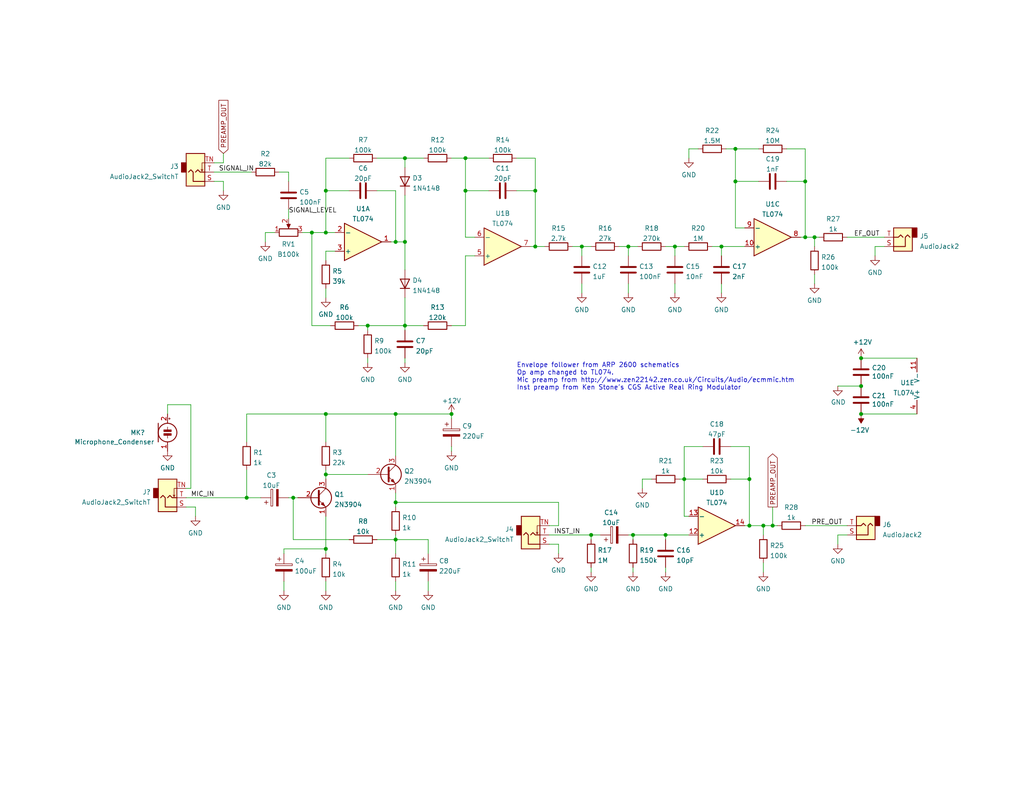
<source format=kicad_sch>
(kicad_sch (version 20210621) (generator eeschema)
  (paper "USLetter")
  (title_block (title "ARP 2600 based envelope follower") (date "2021-11-23") (company "Rich Holmes / Analog Output") (comment 1 "or neighboring rights to this work. Published from United States.") (comment 2 "To the extent possible under law, Richard Holmes has waived all copyright and related "))
  (lib_symbols
    (symbol "Amplifier_Operational:TL074" (pin_names (offset 0.127))
      (property "Reference" "U" (at 0 5.08 0))
      (property "Value" "TL074" (at 0 -5.08 0))
      (symbol "TL074_1_1"
        (polyline (pts (xy -5.08 5.08) (xy 5.08 0) (xy -5.08 -5.08) (xy -5.08 5.08)) (stroke (width 0.254)) (fill (type background)))
        (pin output line (at 7.62 0 180) (length 2.54) (name "~") (number "1"))
        (pin input line (at -7.62 -2.54 0) (length 2.54) (name "-") (number "2"))
        (pin input line (at -7.62 2.54 0) (length 2.54) (name "+") (number "3"))
      )
      (symbol "TL074_2_1"
        (polyline (pts (xy -5.08 5.08) (xy 5.08 0) (xy -5.08 -5.08) (xy -5.08 5.08)) (stroke (width 0.254)) (fill (type background)))
        (pin input line (at -7.62 2.54 0) (length 2.54) (name "+") (number "5"))
        (pin input line (at -7.62 -2.54 0) (length 2.54) (name "-") (number "6"))
        (pin output line (at 7.62 0 180) (length 2.54) (name "~") (number "7"))
      )
      (symbol "TL074_3_1"
        (polyline (pts (xy -5.08 5.08) (xy 5.08 0) (xy -5.08 -5.08) (xy -5.08 5.08)) (stroke (width 0.254)) (fill (type background)))
        (pin input line (at -7.62 2.54 0) (length 2.54) (name "+") (number "10"))
        (pin output line (at 7.62 0 180) (length 2.54) (name "~") (number "8"))
        (pin input line (at -7.62 -2.54 0) (length 2.54) (name "-") (number "9"))
      )
      (symbol "TL074_4_1"
        (polyline (pts (xy -5.08 5.08) (xy 5.08 0) (xy -5.08 -5.08) (xy -5.08 5.08)) (stroke (width 0.254)) (fill (type background)))
        (pin input line (at -7.62 2.54 0) (length 2.54) (name "+") (number "12"))
        (pin input line (at -7.62 -2.54 0) (length 2.54) (name "-") (number "13"))
        (pin output line (at 7.62 0 180) (length 2.54) (name "~") (number "14"))
      )
      (symbol "TL074_5_1"
        (pin power_in line (at -2.54 -7.62 90) (length 3.81) (name "V-") (number "11"))
        (pin power_in line (at -2.54 7.62 270) (length 3.81) (name "V+") (number "4"))
      )
    )
    (symbol "Connector:AudioJack2"
      (property "Reference" "J" (at 0 8.89 0))
      (property "Value" "AudioJack2" (at 0 6.35 0))
      (symbol "AudioJack2_0_1"
        (rectangle (start -3.81 0) (end -2.54 -2.54) (stroke (width 0.254)) (fill (type outline)))
        (rectangle (start -2.54 3.81) (end 2.54 -2.54) (stroke (width 0.254)) (fill (type background)))
        (polyline (pts (xy 0 0) (xy 0.635 -0.635) (xy 1.27 0) (xy 2.54 0)) (stroke (width 0.254)))
        (polyline (pts (xy 2.54 2.54) (xy -0.635 2.54) (xy -0.635 0) (xy -1.27 -0.635) (xy -1.905 0)) (stroke (width 0.254)))
      )
      (symbol "AudioJack2_1_1"
        (pin passive line (at 5.08 2.54 180) (length 2.54) (name "~") (number "S"))
        (pin passive line (at 5.08 0 180) (length 2.54) (name "~") (number "T"))
      )
    )
    (symbol "Connector:AudioJack2_SwitchT"
      (property "Reference" "J" (at 0 8.89 0))
      (property "Value" "AudioJack2_SwitchT" (at 0 6.35 0))
      (symbol "AudioJack2_SwitchT_0_1"
        (rectangle (start -2.54 0) (end -3.81 -2.54) (stroke (width 0.254)) (fill (type outline)))
        (polyline (pts (xy 1.778 -0.254) (xy 2.032 -0.762)))
        (polyline (pts (xy 0 0) (xy 0.635 -0.635) (xy 1.27 0) (xy 2.54 0)) (stroke (width 0.254)))
        (polyline (pts (xy 2.54 -2.54) (xy 1.778 -2.54) (xy 1.778 -0.254) (xy 1.524 -0.762)))
        (polyline (pts (xy 2.54 2.54) (xy -0.635 2.54) (xy -0.635 0) (xy -1.27 -0.635) (xy -1.905 0)) (stroke (width 0.254)))
        (rectangle (start 2.54 3.81) (end -2.54 -5.08) (stroke (width 0.254)) (fill (type background)))
      )
      (symbol "AudioJack2_SwitchT_1_1"
        (pin passive line (at 5.08 2.54 180) (length 2.54) (name "~") (number "S"))
        (pin passive line (at 5.08 0 180) (length 2.54) (name "~") (number "T"))
        (pin passive line (at 5.08 -2.54 180) (length 2.54) (name "~") (number "TN"))
      )
    )
    (symbol "Device:Microphone_Condenser" (pin_names (offset 0.0254) hide)
      (property "Reference" "MK" (at -3.302 1.27 0))
      (property "Value" "Microphone_Condenser" (at -3.302 -0.635 0))
      (symbol "Microphone_Condenser_0_1"
        (polyline (pts (xy -2.54 2.54) (xy -2.54 -2.54)) (stroke (width 0.254)))
        (polyline (pts (xy 0 -0.762) (xy 0 -1.524)))
        (polyline (pts (xy 0 0.762) (xy 0 1.524)))
        (polyline (pts (xy 0.254 3.81) (xy 0.762 3.81)))
        (polyline (pts (xy 0.508 4.064) (xy 0.508 3.556)))
        (circle (center 0 0) (radius 2.54) (stroke (width 0.254)))
        (rectangle (start 1.016 -0.254) (end -1.016 -0.762) (fill (type outline)))
        (rectangle (start 1.016 0.762) (end -1.016 0.254) (fill (type outline)))
      )
      (symbol "Microphone_Condenser_1_1"
        (pin passive line (at 0 -5.08 90) (length 2.54) (name "-") (number "1"))
        (pin passive line (at 0 5.08 270) (length 2.54) (name "+") (number "2"))
      )
    )
    (symbol "ao_symbols:1N4148" (pin_numbers hide) (pin_names (offset 1.016) hide)
      (property "Reference" "D" (at 0 2.54 0))
      (property "Value" "1N4148" (at 0 -2.54 0))
      (symbol "1N4148_0_1"
        (polyline (pts (xy -1.27 1.27) (xy -1.27 -1.27)) (stroke (width 0.254)))
        (polyline (pts (xy 1.27 0) (xy -1.27 0)))
        (polyline (pts (xy 1.27 1.27) (xy 1.27 -1.27) (xy -1.27 0) (xy 1.27 1.27)) (stroke (width 0.254)))
      )
      (symbol "1N4148_1_1"
        (pin passive line (at -3.81 0 0) (length 2.54) (name "K") (number "1"))
        (pin passive line (at 3.81 0 180) (length 2.54) (name "A") (number "2"))
      )
    )
    (symbol "ao_symbols:2N3904" (pin_names (offset 0) hide)
      (property "Reference" "Q" (at 5.08 1.905 0))
      (property "Value" "2N3904" (at 5.08 0 0))
      (symbol "2N3904_0_1"
        (polyline (pts (xy 0.635 0.635) (xy 2.54 2.54)))
        (polyline (pts (xy 0.635 -0.635) (xy 2.54 -2.54) (xy 2.54 -2.54)))
        (polyline (pts (xy 0.635 1.905) (xy 0.635 -1.905) (xy 0.635 -1.905)) (stroke (width 0.508)))
        (polyline (pts (xy 1.27 -1.778) (xy 1.778 -1.27) (xy 2.286 -2.286) (xy 1.27 -1.778) (xy 1.27 -1.778)) (fill (type outline)))
        (circle (center 1.27 0) (radius 2.8194) (stroke (width 0.254)))
      )
      (symbol "2N3904_1_1"
        (pin passive line (at 2.54 -5.08 90) (length 2.54) (name "E") (number "1"))
        (pin passive line (at -5.08 0 0) (length 5.715) (name "B") (number "2"))
        (pin passive line (at 2.54 5.08 270) (length 2.54) (name "C") (number "3"))
      )
    )
    (symbol "ao_symbols:C" (pin_numbers hide) (pin_names (offset 0.254))
      (property "Reference" "C" (at 0.635 2.54 0))
      (property "Value" "C" (at 0.635 -2.54 0))
      (symbol "C_0_1"
        (polyline (pts (xy -2.032 -0.762) (xy 2.032 -0.762)) (stroke (width 0.508)))
        (polyline (pts (xy -2.032 0.762) (xy 2.032 0.762)) (stroke (width 0.508)))
      )
      (symbol "C_1_1"
        (pin passive line (at 0 3.81 270) (length 2.794) (name "~") (number "1"))
        (pin passive line (at 0 -3.81 90) (length 2.794) (name "~") (number "2"))
      )
    )
    (symbol "ao_symbols:CP" (pin_numbers hide) (pin_names (offset 0.254))
      (property "Reference" "C" (at 0.635 2.54 0))
      (property "Value" "CP" (at 0.635 -2.54 0))
      (symbol "CP_0_1"
        (rectangle (start -2.286 0.508) (end 2.286 1.016))
        (polyline (pts (xy -1.778 2.286) (xy -0.762 2.286)))
        (polyline (pts (xy -1.27 2.794) (xy -1.27 1.778)))
        (rectangle (start 2.286 -0.508) (end -2.286 -1.016) (fill (type outline)))
      )
      (symbol "CP_1_1"
        (pin passive line (at 0 3.81 270) (length 2.794) (name "~") (number "1"))
        (pin passive line (at 0 -3.81 90) (length 2.794) (name "~") (number "2"))
      )
    )
    (symbol "ao_symbols:R" (pin_numbers hide) (pin_names (offset 0))
      (property "Reference" "R" (at 2.032 0 90))
      (property "Value" "R" (at 0 0 90))
      (symbol "R_0_1"
        (rectangle (start -1.016 -2.54) (end 1.016 2.54) (stroke (width 0.254)))
      )
      (symbol "R_1_1"
        (pin passive line (at 0 3.81 270) (length 1.27) (name "~") (number "1"))
        (pin passive line (at 0 -3.81 90) (length 1.27) (name "~") (number "2"))
      )
    )
    (symbol "ao_symbols:R_POT" (pin_names (offset 1.016) hide)
      (property "Reference" "RV" (at -4.445 0 90))
      (property "Value" "R_POT" (at -2.54 0 90))
      (symbol "R_POT_0_1"
        (polyline (pts (xy 2.54 0) (xy 1.524 0)))
        (polyline (pts (xy 1.143 0) (xy 2.286 0.508) (xy 2.286 -0.508) (xy 1.143 0)) (fill (type outline)))
        (rectangle (start 1.016 2.54) (end -1.016 -2.54) (stroke (width 0.254)))
      )
      (symbol "R_POT_1_1"
        (pin passive line (at 0 3.81 270) (length 1.27) (name "1") (number "1"))
        (pin passive line (at 3.81 0 180) (length 1.27) (name "2") (number "2"))
        (pin passive line (at 0 -3.81 90) (length 1.27) (name "3") (number "3"))
      )
    )
    (symbol "power:+12V" (power) (pin_names (offset 0))
      (property "Value" "+12V" (at 0 3.556 0))
      (symbol "+12V_0_1"
        (polyline (pts (xy -0.762 1.27) (xy 0 2.54)))
        (polyline (pts (xy 0 0) (xy 0 2.54)))
        (polyline (pts (xy 0 2.54) (xy 0.762 1.27)))
      )
      (symbol "+12V_1_1"
        (pin power_in line (at 0 0 90) (length 0) hide (name "+12V") (number "1"))
      )
    )
    (symbol "power:-12V" (power) (pin_names (offset 0))
      (property "Value" "-12V" (at 0 3.81 0))
      (symbol "-12V_0_0"
        (pin power_in line (at 0 0 90) (length 0) hide (name "-12V") (number "1"))
      )
      (symbol "-12V_0_1"
        (polyline (pts (xy 0 0) (xy 0 1.27) (xy 0.762 1.27) (xy 0 2.54) (xy -0.762 1.27) (xy 0 1.27)) (fill (type outline)))
      )
    )
    (symbol "power:GND" (power) (pin_names (offset 0))
      (property "Value" "GND" (at 0 -3.81 0))
      (symbol "GND_0_1"
        (polyline (pts (xy 0 0) (xy 0 -1.27) (xy 1.27 -1.27) (xy 0 -2.54) (xy -1.27 -1.27) (xy 0 -1.27)))
      )
      (symbol "GND_1_1"
        (pin power_in line (at 0 0 270) (length 0) hide (name "GND") (number "1"))
      )
    )
  )
  (junction (at 172.72 146.05))
  (junction (at 204.47 130.81))
  (junction (at 219.71 64.77))
  (junction (at 161.29 146.05))
  (junction (at 107.95 137.16))
  (junction (at 88.9 149.86))
  (junction (at 219.71 49.53))
  (junction (at 127 43.18))
  (junction (at 110.49 43.18))
  (junction (at 107.95 113.03))
  (junction (at 210.82 143.51))
  (junction (at 88.9 63.5))
  (junction (at 222.25 64.77))
  (junction (at 88.9 129.54))
  (junction (at 234.95 105.41))
  (junction (at 146.05 67.31))
  (junction (at 181.61 146.05))
  (junction (at 171.45 67.31))
  (junction (at 200.66 40.64))
  (junction (at 100.33 88.9))
  (junction (at 123.19 113.03))
  (junction (at 208.28 143.51))
  (junction (at 146.05 52.07))
  (junction (at 204.47 143.51))
  (junction (at 107.95 66.04))
  (junction (at 158.75 67.31))
  (junction (at 127 52.07))
  (junction (at 110.49 88.9))
  (junction (at 88.9 52.07))
  (junction (at 107.95 147.32))
  (junction (at 184.15 67.31))
  (junction (at 88.9 113.03))
  (junction (at 80.01 135.89))
  (junction (at 67.31 135.89))
  (junction (at 196.85 67.31))
  (junction (at 234.95 97.79))
  (junction (at 200.66 49.53))
  (junction (at 85.09 63.5))
  (junction (at 110.49 66.04))
  (junction (at 186.69 130.81))
  (junction (at 234.95 113.03))
  (wire (pts (xy 172.72 146.05) (xy 181.61 146.05)))
  (wire (pts (xy 181.61 146.05) (xy 187.96 146.05)))
  (wire (pts (xy 171.45 146.05) (xy 172.72 146.05)))
  (wire (pts (xy 161.29 146.05) (xy 163.83 146.05)))
  (wire (pts (xy 149.86 146.05) (xy 161.29 146.05)))
  (wire (pts (xy 196.85 67.31) (xy 203.2 67.31)))
  (wire (pts (xy 60.96 49.53) (xy 58.42 49.53)))
  (wire (pts (xy 53.34 138.43) (xy 50.8 138.43)))
  (wire (pts (xy 53.34 140.97) (xy 53.34 138.43)))
  (wire (pts (xy 88.9 158.75) (xy 88.9 161.29)))
  (wire (pts (xy 152.4 151.13) (xy 152.4 148.59)))
  (wire (pts (xy 133.35 43.18) (xy 127 43.18)))
  (wire (pts (xy 161.29 146.05) (xy 161.29 147.32)))
  (wire (pts (xy 146.05 52.07) (xy 146.05 67.31)))
  (wire (pts (xy 228.6 148.59) (xy 228.6 146.05)))
  (wire (pts (xy 67.31 135.89) (xy 71.12 135.89)))
  (wire (pts (xy 50.8 135.89) (xy 67.31 135.89)))
  (wire (pts (xy 228.6 146.05) (xy 231.14 146.05)))
  (wire (pts (xy 218.44 64.77) (xy 219.71 64.77)))
  (wire (pts (xy 196.85 80.01) (xy 196.85 77.47)))
  (wire (pts (xy 110.49 97.79) (xy 110.49 99.06)))
  (wire (pts (xy 210.82 143.51) (xy 212.09 143.51)))
  (wire (pts (xy 187.96 40.64) (xy 190.5 40.64)))
  (wire (pts (xy 187.96 43.18) (xy 187.96 40.64)))
  (wire (pts (xy 198.12 40.64) (xy 200.66 40.64)))
  (wire (pts (xy 77.47 158.75) (xy 77.47 161.29)))
  (wire (pts (xy 184.15 69.85) (xy 184.15 67.31)))
  (wire (pts (xy 172.72 146.05) (xy 172.72 147.32)))
  (wire (pts (xy 172.72 154.94) (xy 172.72 156.21)))
  (wire (pts (xy 88.9 140.97) (xy 88.9 149.86)))
  (wire (pts (xy 88.9 113.03) (xy 88.9 120.65)))
  (wire (pts (xy 203.2 143.51) (xy 204.47 143.51)))
  (wire (pts (xy 204.47 121.92) (xy 199.39 121.92)))
  (wire (pts (xy 204.47 130.81) (xy 204.47 121.92)))
  (wire (pts (xy 204.47 143.51) (xy 204.47 130.81)))
  (wire (pts (xy 184.15 80.01) (xy 184.15 77.47)))
  (wire (pts (xy 208.28 153.67) (xy 208.28 156.21)))
  (wire (pts (xy 208.28 143.51) (xy 208.28 146.05)))
  (wire (pts (xy 107.95 113.03) (xy 123.19 113.03)))
  (wire (pts (xy 88.9 113.03) (xy 107.95 113.03)))
  (wire (pts (xy 67.31 135.89) (xy 67.31 128.27)))
  (wire (pts (xy 67.31 120.65) (xy 67.31 113.03)))
  (wire (pts (xy 67.31 113.03) (xy 88.9 113.03)))
  (wire (pts (xy 186.69 130.81) (xy 191.77 130.81)))
  (wire (pts (xy 175.26 133.35) (xy 175.26 130.81)))
  (wire (pts (xy 185.42 130.81) (xy 186.69 130.81)))
  (wire (pts (xy 175.26 130.81) (xy 177.8 130.81)))
  (wire (pts (xy 127 69.85) (xy 129.54 69.85)))
  (wire (pts (xy 110.49 88.9) (xy 115.57 88.9)))
  (wire (pts (xy 219.71 40.64) (xy 219.71 49.53)))
  (wire (pts (xy 222.25 74.93) (xy 222.25 77.47)))
  (wire (pts (xy 127 88.9) (xy 123.19 88.9)))
  (wire (pts (xy 123.19 121.92) (xy 123.19 123.19)))
  (wire (pts (xy 60.96 41.91) (xy 60.96 44.45)))
  (wire (pts (xy 58.42 44.45) (xy 60.96 44.45)))
  (wire (pts (xy 100.33 90.17) (xy 100.33 88.9)))
  (wire (pts (xy 116.84 158.75) (xy 116.84 161.29)))
  (wire (pts (xy 200.66 40.64) (xy 200.66 49.53)))
  (wire (pts (xy 144.78 67.31) (xy 146.05 67.31)))
  (wire (pts (xy 77.47 149.86) (xy 77.47 151.13)))
  (wire (pts (xy 88.9 149.86) (xy 77.47 149.86)))
  (wire (pts (xy 107.95 158.75) (xy 107.95 161.29)))
  (wire (pts (xy 171.45 69.85) (xy 171.45 67.31)))
  (wire (pts (xy 219.71 143.51) (xy 231.14 143.51)))
  (wire (pts (xy 146.05 43.18) (xy 146.05 52.07)))
  (wire (pts (xy 184.15 67.31) (xy 181.61 67.31)))
  (wire (pts (xy 127 52.07) (xy 127 43.18)))
  (wire (pts (xy 214.63 40.64) (xy 219.71 40.64)))
  (wire (pts (xy 127 52.07) (xy 127 64.77)))
  (wire (pts (xy 199.39 130.81) (xy 204.47 130.81)))
  (wire (pts (xy 231.14 64.77) (xy 241.3 64.77)))
  (wire (pts (xy 200.66 49.53) (xy 200.66 62.23)))
  (wire (pts (xy 52.07 133.35) (xy 50.8 133.35)))
  (wire (pts (xy 45.72 113.03) (xy 45.72 110.49)))
  (wire (pts (xy 45.72 110.49) (xy 52.07 110.49)))
  (wire (pts (xy 52.07 110.49) (xy 52.07 133.35)))
  (wire (pts (xy 110.49 43.18) (xy 115.57 43.18)))
  (wire (pts (xy 123.19 43.18) (xy 127 43.18)))
  (wire (pts (xy 152.4 137.16) (xy 152.4 143.51)))
  (wire (pts (xy 107.95 137.16) (xy 152.4 137.16)))
  (wire (pts (xy 152.4 143.51) (xy 149.86 143.51)))
  (wire (pts (xy 78.74 59.69) (xy 78.74 57.15)))
  (wire (pts (xy 58.42 46.99) (xy 68.58 46.99)))
  (wire (pts (xy 78.74 49.53) (xy 78.74 46.99)))
  (wire (pts (xy 140.97 43.18) (xy 146.05 43.18)))
  (wire (pts (xy 110.49 66.04) (xy 110.49 73.66)))
  (wire (pts (xy 106.68 66.04) (xy 107.95 66.04)))
  (wire (pts (xy 107.95 66.04) (xy 110.49 66.04)))
  (wire (pts (xy 110.49 81.28) (xy 110.49 88.9)))
  (wire (pts (xy 133.35 52.07) (xy 127 52.07)))
  (wire (pts (xy 88.9 149.86) (xy 88.9 151.13)))
  (wire (pts (xy 107.95 147.32) (xy 116.84 147.32)))
  (wire (pts (xy 116.84 147.32) (xy 116.84 151.13)))
  (wire (pts (xy 171.45 80.01) (xy 171.45 77.47)))
  (wire (pts (xy 88.9 129.54) (xy 88.9 130.81)))
  (wire (pts (xy 88.9 128.27) (xy 88.9 129.54)))
  (wire (pts (xy 95.25 52.07) (xy 88.9 52.07)))
  (wire (pts (xy 88.9 52.07) (xy 88.9 63.5)))
  (wire (pts (xy 214.63 49.53) (xy 219.71 49.53)))
  (wire (pts (xy 78.74 135.89) (xy 80.01 135.89)))
  (wire (pts (xy 80.01 135.89) (xy 81.28 135.89)))
  (wire (pts (xy 210.82 138.43) (xy 210.82 143.51)))
  (wire (pts (xy 207.01 40.64) (xy 200.66 40.64)))
  (wire (pts (xy 107.95 146.05) (xy 107.95 147.32)))
  (wire (pts (xy 107.95 147.32) (xy 107.95 151.13)))
  (wire (pts (xy 107.95 137.16) (xy 107.95 138.43)))
  (wire (pts (xy 107.95 134.62) (xy 107.95 137.16)))
  (wire (pts (xy 152.4 148.59) (xy 149.86 148.59)))
  (wire (pts (xy 200.66 62.23) (xy 203.2 62.23)))
  (wire (pts (xy 161.29 154.94) (xy 161.29 156.21)))
  (wire (pts (xy 127 69.85) (xy 127 88.9)))
  (wire (pts (xy 148.59 67.31) (xy 146.05 67.31)))
  (wire (pts (xy 158.75 67.31) (xy 156.21 67.31)))
  (wire (pts (xy 158.75 80.01) (xy 158.75 77.47)))
  (wire (pts (xy 158.75 69.85) (xy 158.75 67.31)))
  (wire (pts (xy 100.33 97.79) (xy 100.33 99.06)))
  (wire (pts (xy 196.85 69.85) (xy 196.85 67.31)))
  (wire (pts (xy 173.99 67.31) (xy 171.45 67.31)))
  (wire (pts (xy 110.49 88.9) (xy 110.49 90.17)))
  (wire (pts (xy 171.45 67.31) (xy 168.91 67.31)))
  (wire (pts (xy 219.71 49.53) (xy 219.71 64.77)))
  (wire (pts (xy 82.55 63.5) (xy 85.09 63.5)))
  (wire (pts (xy 88.9 63.5) (xy 91.44 63.5)))
  (wire (pts (xy 85.09 63.5) (xy 88.9 63.5)))
  (wire (pts (xy 234.95 113.03) (xy 250.19 113.03)))
  (wire (pts (xy 204.47 143.51) (xy 208.28 143.51)))
  (wire (pts (xy 208.28 143.51) (xy 210.82 143.51)))
  (wire (pts (xy 95.25 147.32) (xy 80.01 147.32)))
  (wire (pts (xy 80.01 147.32) (xy 80.01 135.89)))
  (wire (pts (xy 222.25 64.77) (xy 222.25 67.31)))
  (wire (pts (xy 100.33 88.9) (xy 110.49 88.9)))
  (wire (pts (xy 161.29 67.31) (xy 158.75 67.31)))
  (wire (pts (xy 207.01 49.53) (xy 200.66 49.53)))
  (wire (pts (xy 110.49 53.34) (xy 110.49 66.04)))
  (wire (pts (xy 110.49 43.18) (xy 110.49 45.72)))
  (wire (pts (xy 102.87 43.18) (xy 110.49 43.18)))
  (wire (pts (xy 186.69 140.97) (xy 187.96 140.97)))
  (wire (pts (xy 186.69 130.81) (xy 186.69 140.97)))
  (wire (pts (xy 127 64.77) (xy 129.54 64.77)))
  (wire (pts (xy 72.39 63.5) (xy 74.93 63.5)))
  (wire (pts (xy 72.39 66.04) (xy 72.39 63.5)))
  (wire (pts (xy 97.79 88.9) (xy 100.33 88.9)))
  (wire (pts (xy 85.09 63.5) (xy 85.09 88.9)))
  (wire (pts (xy 85.09 88.9) (xy 90.17 88.9)))
  (wire (pts (xy 223.52 64.77) (xy 222.25 64.77)))
  (wire (pts (xy 76.2 46.99) (xy 78.74 46.99)))
  (wire (pts (xy 196.85 67.31) (xy 194.31 67.31)))
  (wire (pts (xy 234.95 97.79) (xy 250.19 97.79)))
  (wire (pts (xy 88.9 43.18) (xy 88.9 52.07)))
  (wire (pts (xy 95.25 43.18) (xy 88.9 43.18)))
  (wire (pts (xy 238.76 67.31) (xy 241.3 67.31)))
  (wire (pts (xy 238.76 69.85) (xy 238.76 67.31)))
  (wire (pts (xy 88.9 129.54) (xy 100.33 129.54)))
  (wire (pts (xy 123.19 114.3) (xy 123.19 113.03)))
  (wire (pts (xy 186.69 67.31) (xy 184.15 67.31)))
  (wire (pts (xy 107.95 113.03) (xy 107.95 124.46)))
  (wire (pts (xy 191.77 121.92) (xy 186.69 121.92)))
  (wire (pts (xy 186.69 121.92) (xy 186.69 130.81)))
  (wire (pts (xy 102.87 52.07) (xy 107.95 52.07)))
  (wire (pts (xy 107.95 52.07) (xy 107.95 66.04)))
  (wire (pts (xy 181.61 146.05) (xy 181.61 147.32)))
  (wire (pts (xy 181.61 154.94) (xy 181.61 156.21)))
  (wire (pts (xy 88.9 78.74) (xy 88.9 81.28)))
  (wire (pts (xy 88.9 68.58) (xy 88.9 71.12)))
  (wire (pts (xy 91.44 68.58) (xy 88.9 68.58)))
  (wire (pts (xy 140.97 52.07) (xy 146.05 52.07)))
  (wire (pts (xy 102.87 147.32) (xy 107.95 147.32)))
  (wire (pts (xy 222.25 64.77) (xy 219.71 64.77)))
  (wire (pts (xy 60.96 52.07) (xy 60.96 49.53)))
  (wire (pts (xy 228.6 105.41) (xy 234.95 105.41)))
  (text "Envelope follower from ARP 2600 schematics\nOp amp changed to TL074.\nMic preamp from http://www.zen22142.zen.co.uk/Circuits/Audio/ecmmic.htm\nInst preamp from Ken Stone's CGS Active Real Ring Modulator" (at 140.97 106.68 0) (effects (font (size 1.27 1.27)) (justify left bottom)))
  (label "SIGNAL_IN" (at 59.69 46.99 0))
  (label "MIC_IN" (at 52.07 135.89 0))
  (label "INST_IN" (at 151.13 146.05 0))
  (label "EF_OUT" (at 240.03 64.77 180))
  (label "PRE_OUT" (at 229.87 143.51 180))
  (label "SIGNAL_LEVEL" (at 78.74 58.42 0))
  (global_label "PREAMP_OUT" (shape output) (at 210.82 138.43 90) (property "Intersheet References" "${INTERSHEET_REFS}" (effects hide)))
  (global_label "PREAMP_OUT" (shape input) (at 60.96 41.91 90) (property "Intersheet References" "${INTERSHEET_REFS}" (effects hide)))
  (symbol (lib_id "power:GND") (at 171.45 80.01 0) (unit 1)
    (property "Reference" "#PWR022" (effects hide))
    (property "Value" "GND" (at 171.45 84.5725 0))
  )
  (symbol (lib_id "Device:Microphone_Condenser") (at 45.72 118.11 0) (unit 1)
    (property "Reference" "MK?" (at 35.56 118.11 0) (effects (justify left)))
    (property "Value" "Microphone_Condenser" (at 20.32 120.65 0) (effects (justify left)))
  )
  (symbol (lib_id "ao_symbols:R") (at 208.28 149.86 0) (unit 1)
    (property "Reference" "R25" (at 210.058 148.9515 0) (effects (justify left)))
    (property "Value" "100k" (at 210.058 151.7266 0) (effects (justify left)))
    (property "Footprint" "ao_tht:R_Axial_DIN0207_L6.3mm_D2.5mm_P10.16mm_Horizontal" (effects hide))
    (property "Vendor" "Tayda" (effects hide))
  )
  (symbol (lib_id "ao_symbols:CP") (at 77.47 154.94 0) (unit 1)
    (property "Reference" "C4" (at 80.391 153.1425 0) (effects (justify left)))
    (property "Value" "100uF" (at 80.391 155.9176 0) (effects (justify left)))
    (property "Footprint" "ao_tht:CP_Radial_D6.3mm_P2.50mm" (effects hide))
    (property "Vendor" "Tayda" (effects hide))
  )
  (symbol (lib_id "power:GND") (at 238.76 69.85 0) (unit 1)
    (property "Reference" "#PWR033" (effects hide))
    (property "Value" "GND" (at 238.76 74.4125 0))
  )
  (symbol (lib_id "ao_symbols:R") (at 137.16 43.18 270) (unit 1)
    (property "Reference" "R14" (at 137.16 38.1975 90))
    (property "Value" "100k" (at 137.16 40.9726 90))
    (property "Footprint" "ao_tht:R_Axial_DIN0207_L6.3mm_D2.5mm_P10.16mm_Horizontal" (effects hide))
    (property "Vendor" "Tayda" (effects hide))
  )
  (symbol (lib_id "power:GND") (at 175.26 133.35 0) (unit 1)
    (property "Reference" "#PWR026" (effects hide))
    (property "Value" "GND" (at 175.26 137.9125 0))
  )
  (symbol (lib_id "ao_symbols:C") (at 158.75 73.66 0) (unit 1)
    (property "Reference" "C12" (at 161.671 72.7515 0) (effects (justify left)))
    (property "Value" "1uF" (at 161.671 75.5266 0) (effects (justify left)))
    (property "Footprint" "ao_tht:C_Disc_D3.0mm_W1.6mm_P2.50mm" (effects hide))
    (property "Vendor" "Tayda" (effects hide))
  )
  (symbol (lib_id "ao_symbols:R") (at 100.33 93.98 180) (unit 1)
    (property "Reference" "R9" (at 102.108 93.0715 0) (effects (justify right)))
    (property "Value" "100k" (at 102.108 95.8466 0) (effects (justify right)))
    (property "Footprint" "ao_tht:R_Axial_DIN0207_L6.3mm_D2.5mm_P10.16mm_Horizontal" (effects hide))
    (property "Vendor" "Tayda" (effects hide))
  )
  (symbol (lib_id "ao_symbols:C") (at 195.58 121.92 90) (unit 1)
    (property "Reference" "C18" (at 195.58 115.7945 90))
    (property "Value" "47pF" (at 195.58 118.5696 90))
    (property "Footprint" "ao_tht:C_Disc_D3.0mm_W1.6mm_P2.50mm" (effects hide))
    (property "Vendor" "Tayda" (effects hide))
  )
  (symbol (lib_id "ao_symbols:R") (at 190.5 67.31 90) (unit 1)
    (property "Reference" "R20" (at 190.5 62.3275 90))
    (property "Value" "1M" (at 190.5 65.1026 90))
    (property "Footprint" "ao_tht:R_Axial_DIN0207_L6.3mm_D2.5mm_P10.16mm_Horizontal" (effects hide))
    (property "Vendor" "Tayda" (effects hide))
  )
  (symbol (lib_id "power:GND") (at 110.49 99.06 0) (unit 1)
    (property "Reference" "#PWR016" (effects hide))
    (property "Value" "GND" (at 110.49 103.6225 0))
  )
  (symbol (lib_id "ao_symbols:C") (at 196.85 73.66 0) (unit 1)
    (property "Reference" "C17" (at 199.771 72.7515 0) (effects (justify left)))
    (property "Value" "2nF" (at 199.771 75.5266 0) (effects (justify left)))
    (property "Footprint" "ao_tht:C_Disc_D3.0mm_W1.6mm_P2.50mm" (effects hide))
    (property "Vendor" "Tayda" (effects hide))
  )
  (symbol (lib_id "ao_symbols:R") (at 88.9 74.93 0) (unit 1)
    (property "Reference" "R5" (at 90.678 74.0215 0) (effects (justify left)))
    (property "Value" "39k" (at 90.678 76.7966 0) (effects (justify left)))
    (property "Footprint" "ao_tht:R_Axial_DIN0207_L6.3mm_D2.5mm_P10.16mm_Horizontal" (effects hide))
    (property "Vendor" "Tayda" (effects hide))
  )
  (symbol (lib_id "ao_symbols:C") (at 181.61 151.13 0) (unit 1)
    (property "Reference" "C16" (at 184.531 150.2215 0) (effects (justify left)))
    (property "Value" "10pF" (at 184.531 152.9966 0) (effects (justify left)))
    (property "Footprint" "ao_tht:C_Disc_D3.0mm_W1.6mm_P2.50mm" (effects hide))
    (property "Vendor" "Tayda" (effects hide))
  )
  (symbol (lib_id "ao_symbols:CP") (at 74.93 135.89 90) (unit 1)
    (property "Reference" "C3" (at 74.041 129.7645 90))
    (property "Value" "10uF" (at 74.041 132.5396 90))
    (property "Footprint" "ao_tht:CP_Radial_D6.3mm_P2.50mm" (effects hide))
    (property "Vendor" "Tayda" (effects hide))
  )
  (symbol (lib_id "Amplifier_Operational:TL074") (at 252.73 105.41 0) (mirror x) (unit 5)
    (property "Reference" "U1" (at 249.5551 104.5015 0) (effects (justify right)))
    (property "Value" "TL074" (at 249.5551 107.2766 0) (effects (justify right)))
    (property "Datasheet" "http://www.ti.com/lit/ds/symlink/tl071.pdf" (effects hide))
  )
  (symbol (lib_id "ao_symbols:CP") (at 123.19 118.11 0) (unit 1)
    (property "Reference" "C9" (at 126.111 116.3125 0) (effects (justify left)))
    (property "Value" "220uF" (at 126.111 119.0876 0) (effects (justify left)))
    (property "Footprint" "ao_tht:CP_Radial_D6.3mm_P2.50mm" (effects hide))
    (property "Vendor" "Tayda" (effects hide))
  )
  (symbol (lib_id "ao_symbols:R") (at 88.9 124.46 0) (unit 1)
    (property "Reference" "R3" (at 90.678 123.5515 0) (effects (justify left)))
    (property "Value" "22k" (at 90.678 126.3266 0) (effects (justify left)))
    (property "Footprint" "ao_tht:R_Axial_DIN0207_L6.3mm_D2.5mm_P10.16mm_Horizontal" (effects hide))
    (property "Vendor" "Tayda" (effects hide))
  )
  (symbol (lib_id "ao_symbols:2N3904") (at 86.36 135.89 0) (unit 1)
    (property "Reference" "Q1" (at 91.2114 134.9815 0) (effects (justify left)))
    (property "Value" "2N3904" (at 91.2114 137.7566 0) (effects (justify left)))
    (property "Footprint" "ao_tht:TO-92_Inline_Wide" (effects hide))
    (property "Vendor" "Tayda" (effects hide))
    (property "SKU" "A-111" (effects hide))
  )
  (symbol (lib_id "ao_symbols:2N3904") (at 105.41 129.54 0) (unit 1)
    (property "Reference" "Q2" (at 110.2614 128.6315 0) (effects (justify left)))
    (property "Value" "2N3904" (at 110.2614 131.4066 0) (effects (justify left)))
    (property "Footprint" "ao_tht:TO-92_Inline_Wide" (effects hide))
    (property "Vendor" "Tayda" (effects hide))
    (property "SKU" "A-111" (effects hide))
  )
  (symbol (lib_id "ao_symbols:R") (at 99.06 147.32 90) (unit 1)
    (property "Reference" "R8" (at 99.06 142.3375 90))
    (property "Value" "10k" (at 99.06 145.1126 90))
    (property "Footprint" "ao_tht:R_Axial_DIN0207_L6.3mm_D2.5mm_P10.16mm_Horizontal" (effects hide))
    (property "Vendor" "Tayda" (effects hide))
  )
  (symbol (lib_id "ao_symbols:R") (at 194.31 40.64 270) (unit 1)
    (property "Reference" "R22" (at 194.31 35.6575 90))
    (property "Value" "1.5M" (at 194.31 38.4326 90))
    (property "Footprint" "ao_tht:R_Axial_DIN0207_L6.3mm_D2.5mm_P10.16mm_Horizontal" (effects hide))
    (property "Vendor" "Tayda" (effects hide))
  )
  (symbol (lib_id "power:GND") (at 88.9 161.29 0) (unit 1)
    (property "Reference" "#PWR012" (effects hide))
    (property "Value" "GND" (at 88.9 165.8525 0))
  )
  (symbol (lib_id "power:GND") (at 72.39 66.04 0) (unit 1)
    (property "Reference" "#PWR010" (effects hide))
    (property "Value" "GND" (at 72.39 70.6025 0))
  )
  (symbol (lib_id "power:GND") (at 172.72 156.21 0) (unit 1)
    (property "Reference" "#PWR025" (effects hide))
    (property "Value" "GND" (at 172.72 160.7725 0))
  )
  (symbol (lib_id "power:-12V") (at 234.95 113.03 180) (unit 1)
    (property "Reference" "#PWR036" (effects hide))
    (property "Value" "-12V" (at 234.569 117.4242 0))
  )
  (symbol (lib_id "power:GND") (at 45.72 123.19 0) (unit 1)
    (property "Reference" "#PWR?" (effects hide))
    (property "Value" "GND" (at 45.72 127.7525 0))
  )
  (symbol (lib_id "ao_symbols:R") (at 222.25 71.12 0) (unit 1)
    (property "Reference" "R26" (at 224.028 70.2115 0) (effects (justify left)))
    (property "Value" "100k" (at 224.028 72.9866 0) (effects (justify left)))
    (property "Footprint" "ao_tht:R_Axial_DIN0207_L6.3mm_D2.5mm_P10.16mm_Horizontal" (effects hide))
    (property "Vendor" "Tayda" (effects hide))
  )
  (symbol (lib_id "ao_symbols:C") (at 137.16 52.07 90) (unit 1)
    (property "Reference" "C11" (at 137.16 45.9445 90))
    (property "Value" "20pF" (at 137.16 48.7196 90))
    (property "Footprint" "ao_tht:C_Disc_D3.0mm_W1.6mm_P2.50mm" (effects hide))
    (property "Vendor" "Tayda" (effects hide))
  )
  (symbol (lib_id "power:GND") (at 152.4 151.13 0) (unit 1)
    (property "Reference" "#PWR021" (effects hide))
    (property "Value" "GND" (at 152.4 155.6925 0))
  )
  (symbol (lib_id "ao_symbols:R") (at 67.31 124.46 0) (unit 1)
    (property "Reference" "R1" (at 69.088 123.5515 0) (effects (justify left)))
    (property "Value" "1k" (at 69.088 126.3266 0) (effects (justify left)))
    (property "Footprint" "ao_tht:R_Axial_DIN0207_L6.3mm_D2.5mm_P10.16mm_Horizontal" (effects hide))
    (property "Vendor" "Tayda" (effects hide))
  )
  (symbol (lib_id "power:GND") (at 100.33 99.06 0) (unit 1)
    (property "Reference" "#PWR014" (effects hide))
    (property "Value" "GND" (at 100.33 103.6225 0))
  )
  (symbol (lib_id "Amplifier_Operational:TL074") (at 210.82 64.77 0) (mirror x) (unit 3)
    (property "Reference" "U1" (at 210.82 55.7235 0))
    (property "Value" "TL074" (at 210.82 58.4986 0))
    (property "Datasheet" "http://www.ti.com/lit/ds/symlink/tl071.pdf" (effects hide))
  )
  (symbol (lib_id "Amplifier_Operational:TL074") (at 195.58 143.51 0) (mirror x) (unit 4)
    (property "Reference" "U1" (at 195.58 134.4635 0))
    (property "Value" "TL074" (at 195.58 137.2386 0))
    (property "Datasheet" "http://www.ti.com/lit/ds/symlink/tl071.pdf" (effects hide))
  )
  (symbol (lib_id "ao_symbols:C") (at 234.95 101.6 0) (unit 1)
    (property "Reference" "C20" (at 237.871 100.4316 0) (effects (justify left)))
    (property "Value" "100nF" (at 237.871 102.743 0) (effects (justify left)))
    (property "Footprint" "ao_tht:C_Disc_D3.0mm_W1.6mm_P2.50mm" (effects hide))
    (property "Vendor" "Tayda" (effects hide))
    (property "SKU" "A-553" (effects hide))
  )
  (symbol (lib_id "ao_symbols:C") (at 234.95 109.22 0) (unit 1)
    (property "Reference" "C21" (at 237.871 108.0516 0) (effects (justify left)))
    (property "Value" "100nF" (at 237.871 110.363 0) (effects (justify left)))
    (property "Footprint" "ao_tht:C_Disc_D3.0mm_W1.6mm_P2.50mm" (effects hide))
    (property "Vendor" "Tayda" (effects hide))
    (property "SKU" "A-553" (effects hide))
  )
  (symbol (lib_id "Connector:AudioJack2_SwitchT") (at 53.34 46.99 0) (mirror x) (unit 1)
    (property "Reference" "J3" (at 48.7681 45.4465 0) (effects (justify right)))
    (property "Value" "AudioJack2_SwitchT" (at 48.7681 48.2216 0) (effects (justify right)))
  )
  (symbol (lib_id "Amplifier_Operational:TL074") (at 137.16 67.31 0) (mirror x) (unit 2)
    (property "Reference" "U1" (at 137.16 58.2635 0))
    (property "Value" "TL074" (at 137.16 61.0386 0))
    (property "Datasheet" "http://www.ti.com/lit/ds/symlink/tl071.pdf" (effects hide))
  )
  (symbol (lib_id "Connector:AudioJack2_SwitchT") (at 45.72 135.89 0) (mirror x) (unit 1)
    (property "Reference" "J?" (at 41.1481 134.3465 0) (effects (justify right)))
    (property "Value" "AudioJack2_SwitchT" (at 41.1481 137.1216 0) (effects (justify right)))
  )
  (symbol (lib_id "power:+12V") (at 123.19 113.03 0) (unit 1)
    (property "Reference" "#PWR018" (effects hide))
    (property "Value" "+12V" (at 123.19 109.4255 0))
  )
  (symbol (lib_id "power:+12V") (at 234.95 97.79 0) (unit 1)
    (property "Reference" "#PWR035" (effects hide))
    (property "Value" "+12V" (at 235.331 93.3958 0))
  )
  (symbol (lib_id "power:GND") (at 161.29 156.21 0) (unit 1)
    (property "Reference" "#PWR023" (effects hide))
    (property "Value" "GND" (at 161.29 160.7725 0))
  )
  (symbol (lib_id "ao_symbols:1N4148") (at 110.49 49.53 90) (unit 1)
    (property "Reference" "D3" (at 112.522 48.6215 90) (effects (justify right)))
    (property "Value" "1N4148" (at 112.522 51.3966 90) (effects (justify right)))
    (property "Footprint" "ao_tht:D_DO-35_SOD27_P7.62mm_Horizontal" (effects hide))
    (property "Vendor" "Tayda" (effects hide))
    (property "SKU" "A-157" (effects hide))
  )
  (symbol (lib_id "ao_symbols:R") (at 215.9 143.51 90) (unit 1)
    (property "Reference" "R28" (at 215.9 138.5275 90))
    (property "Value" "1k" (at 215.9 141.3026 90))
    (property "Footprint" "ao_tht:R_Axial_DIN0207_L6.3mm_D2.5mm_P10.16mm_Horizontal" (effects hide))
    (property "Vendor" "Tayda" (effects hide))
  )
  (symbol (lib_id "power:GND") (at 77.47 161.29 0) (unit 1)
    (property "Reference" "#PWR011" (effects hide))
    (property "Value" "GND" (at 77.47 165.8525 0))
  )
  (symbol (lib_id "power:GND") (at 107.95 161.29 0) (unit 1)
    (property "Reference" "#PWR015" (effects hide))
    (property "Value" "GND" (at 107.95 165.8525 0))
  )
  (symbol (lib_id "power:GND") (at 228.6 148.59 0) (unit 1)
    (property "Reference" "#PWR034" (effects hide))
    (property "Value" "GND" (at 228.6 153.1525 0))
  )
  (symbol (lib_id "ao_symbols:C") (at 184.15 73.66 0) (unit 1)
    (property "Reference" "C15" (at 187.071 72.7515 0) (effects (justify left)))
    (property "Value" "10nF" (at 187.071 75.5266 0) (effects (justify left)))
    (property "Footprint" "ao_tht:C_Disc_D3.0mm_W1.6mm_P2.50mm" (effects hide))
    (property "Vendor" "Tayda" (effects hide))
  )
  (symbol (lib_id "ao_symbols:1N4148") (at 110.49 77.47 90) (unit 1)
    (property "Reference" "D4" (at 112.522 76.5615 90) (effects (justify right)))
    (property "Value" "1N4148" (at 112.522 79.3366 90) (effects (justify right)))
    (property "Footprint" "ao_tht:D_DO-35_SOD27_P7.62mm_Horizontal" (effects hide))
    (property "Vendor" "Tayda" (effects hide))
    (property "SKU" "A-157" (effects hide))
  )
  (symbol (lib_id "ao_symbols:R") (at 165.1 67.31 90) (unit 1)
    (property "Reference" "R16" (at 165.1 62.3275 90))
    (property "Value" "27k" (at 165.1 65.1026 90))
    (property "Footprint" "ao_tht:R_Axial_DIN0207_L6.3mm_D2.5mm_P10.16mm_Horizontal" (effects hide))
    (property "Vendor" "Tayda" (effects hide))
  )
  (symbol (lib_id "ao_symbols:R") (at 107.95 142.24 0) (unit 1)
    (property "Reference" "R10" (at 109.728 141.3315 0) (effects (justify left)))
    (property "Value" "1k" (at 109.728 144.1066 0) (effects (justify left)))
    (property "Footprint" "ao_tht:R_Axial_DIN0207_L6.3mm_D2.5mm_P10.16mm_Horizontal" (effects hide))
    (property "Vendor" "Tayda" (effects hide))
  )
  (symbol (lib_id "ao_symbols:C") (at 99.06 52.07 90) (unit 1)
    (property "Reference" "C6" (at 99.06 45.9445 90))
    (property "Value" "20pF" (at 99.06 48.7196 90))
    (property "Footprint" "ao_tht:C_Disc_D3.0mm_W1.6mm_P2.50mm" (effects hide))
    (property "Vendor" "Tayda" (effects hide))
  )
  (symbol (lib_id "ao_symbols:R") (at 107.95 154.94 0) (unit 1)
    (property "Reference" "R11" (at 109.728 154.0315 0) (effects (justify left)))
    (property "Value" "1k" (at 109.728 156.8066 0) (effects (justify left)))
    (property "Footprint" "ao_tht:R_Axial_DIN0207_L6.3mm_D2.5mm_P10.16mm_Horizontal" (effects hide))
    (property "Vendor" "Tayda" (effects hide))
  )
  (symbol (lib_id "ao_symbols:R") (at 177.8 67.31 90) (unit 1)
    (property "Reference" "R18" (at 177.8 62.3275 90))
    (property "Value" "270k" (at 177.8 65.1026 90))
    (property "Footprint" "ao_tht:R_Axial_DIN0207_L6.3mm_D2.5mm_P10.16mm_Horizontal" (effects hide))
    (property "Vendor" "Tayda" (effects hide))
  )
  (symbol (lib_id "ao_symbols:R") (at 93.98 88.9 90) (unit 1)
    (property "Reference" "R6" (at 93.98 83.9175 90))
    (property "Value" "100k" (at 93.98 86.6926 90))
    (property "Footprint" "ao_tht:R_Axial_DIN0207_L6.3mm_D2.5mm_P10.16mm_Horizontal" (effects hide))
    (property "Vendor" "Tayda" (effects hide))
  )
  (symbol (lib_id "ao_symbols:C") (at 210.82 49.53 90) (unit 1)
    (property "Reference" "C19" (at 210.82 43.4045 90))
    (property "Value" "1nF" (at 210.82 46.1796 90))
    (property "Footprint" "ao_tht:C_Disc_D3.0mm_W1.6mm_P2.50mm" (effects hide))
    (property "Vendor" "Tayda" (effects hide))
  )
  (symbol (lib_id "power:GND") (at 228.6 105.41 0) (unit 1)
    (property "Reference" "#PWR032" (effects hide))
    (property "Value" "GND" (at 228.727 109.8042 0))
  )
  (symbol (lib_id "ao_symbols:C") (at 110.49 93.98 0) (unit 1)
    (property "Reference" "C7" (at 113.411 93.0715 0) (effects (justify left)))
    (property "Value" "20pF" (at 113.411 95.8466 0) (effects (justify left)))
    (property "Footprint" "ao_tht:C_Disc_D3.0mm_W1.6mm_P2.50mm" (effects hide))
    (property "Vendor" "Tayda" (effects hide))
  )
  (symbol (lib_id "ao_symbols:R") (at 72.39 46.99 90) (unit 1)
    (property "Reference" "R2" (at 72.39 42.0075 90))
    (property "Value" "82k" (at 72.39 44.7826 90))
    (property "Footprint" "ao_tht:R_Axial_DIN0207_L6.3mm_D2.5mm_P10.16mm_Horizontal" (effects hide))
    (property "Vendor" "Tayda" (effects hide))
  )
  (symbol (lib_id "ao_symbols:R") (at 181.61 130.81 90) (unit 1)
    (property "Reference" "R21" (at 181.61 125.8275 90))
    (property "Value" "1k" (at 181.61 128.6026 90))
    (property "Footprint" "ao_tht:R_Axial_DIN0207_L6.3mm_D2.5mm_P10.16mm_Horizontal" (effects hide))
    (property "Vendor" "Tayda" (effects hide))
  )
  (symbol (lib_id "ao_symbols:CP") (at 167.64 146.05 90) (unit 1)
    (property "Reference" "C14" (at 166.751 139.9245 90))
    (property "Value" "10uF" (at 166.751 142.6996 90))
    (property "Footprint" "ao_tht:CP_Radial_D6.3mm_P2.50mm" (effects hide))
    (property "Vendor" "Tayda" (effects hide))
  )
  (symbol (lib_id "ao_symbols:R_POT") (at 78.74 63.5 90) (unit 1)
    (property "Reference" "RV1" (at 78.74 66.6655 90))
    (property "Value" "B100k" (at 78.74 69.4406 90))
    (property "Vendor" "Tayda" (effects hide))
  )
  (symbol (lib_id "power:GND") (at 196.85 80.01 0) (unit 1)
    (property "Reference" "#PWR029" (effects hide))
    (property "Value" "GND" (at 196.85 84.5725 0))
  )
  (symbol (lib_id "power:GND") (at 88.9 81.28 0) (unit 1)
    (property "Reference" "#PWR013" (effects hide))
    (property "Value" "GND" (at 88.9 85.8425 0))
  )
  (symbol (lib_id "power:GND") (at 158.75 80.01 0) (unit 1)
    (property "Reference" "#PWR020" (effects hide))
    (property "Value" "GND" (at 158.75 84.5725 0))
  )
  (symbol (lib_id "ao_symbols:R") (at 172.72 151.13 0) (unit 1)
    (property "Reference" "R19" (at 174.498 150.2215 0) (effects (justify left)))
    (property "Value" "150k" (at 174.498 152.9966 0) (effects (justify left)))
    (property "Footprint" "ao_tht:R_Axial_DIN0207_L6.3mm_D2.5mm_P10.16mm_Horizontal" (effects hide))
    (property "Vendor" "Tayda" (effects hide))
  )
  (symbol (lib_id "ao_symbols:R") (at 161.29 151.13 0) (unit 1)
    (property "Reference" "R17" (at 163.068 150.2215 0) (effects (justify left)))
    (property "Value" "1M" (at 163.068 152.9966 0) (effects (justify left)))
    (property "Footprint" "ao_tht:R_Axial_DIN0207_L6.3mm_D2.5mm_P10.16mm_Horizontal" (effects hide))
    (property "Vendor" "Tayda" (effects hide))
  )
  (symbol (lib_id "power:GND") (at 184.15 80.01 0) (unit 1)
    (property "Reference" "#PWR024" (effects hide))
    (property "Value" "GND" (at 184.15 84.5725 0))
  )
  (symbol (lib_id "ao_symbols:R") (at 152.4 67.31 90) (unit 1)
    (property "Reference" "R15" (at 152.4 62.3275 90))
    (property "Value" "2.7k" (at 152.4 65.1026 90))
    (property "Footprint" "ao_tht:R_Axial_DIN0207_L6.3mm_D2.5mm_P10.16mm_Horizontal" (effects hide))
    (property "Vendor" "Tayda" (effects hide))
  )
  (symbol (lib_id "ao_symbols:C") (at 78.74 53.34 0) (unit 1)
    (property "Reference" "C5" (at 81.661 52.4315 0) (effects (justify left)))
    (property "Value" "100nF" (at 81.661 55.2066 0) (effects (justify left)))
    (property "Footprint" "ao_tht:C_Disc_D3.0mm_W1.6mm_P2.50mm" (effects hide))
    (property "Vendor" "Tayda" (effects hide))
  )
  (symbol (lib_id "power:GND") (at 53.34 140.97 0) (unit 1)
    (property "Reference" "#PWR08" (effects hide))
    (property "Value" "GND" (at 53.34 145.5325 0))
  )
  (symbol (lib_id "ao_symbols:CP") (at 116.84 154.94 0) (unit 1)
    (property "Reference" "C8" (at 119.761 153.1425 0) (effects (justify left)))
    (property "Value" "220uF" (at 119.761 155.9176 0) (effects (justify left)))
    (property "Footprint" "ao_tht:CP_Radial_D6.3mm_P2.50mm" (effects hide))
    (property "Vendor" "Tayda" (effects hide))
  )
  (symbol (lib_id "power:GND") (at 222.25 77.47 0) (unit 1)
    (property "Reference" "#PWR031" (effects hide))
    (property "Value" "GND" (at 222.25 82.0325 0))
  )
  (symbol (lib_id "ao_symbols:R") (at 210.82 40.64 270) (unit 1)
    (property "Reference" "R24" (at 210.82 35.6575 90))
    (property "Value" "10M" (at 210.82 38.4326 90))
    (property "Footprint" "ao_tht:R_Axial_DIN0207_L6.3mm_D2.5mm_P10.16mm_Horizontal" (effects hide))
    (property "Vendor" "Tayda" (effects hide))
  )
  (symbol (lib_id "ao_symbols:R") (at 119.38 88.9 270) (unit 1)
    (property "Reference" "R13" (at 119.38 83.9175 90))
    (property "Value" "120k" (at 119.38 86.6926 90))
    (property "Footprint" "ao_tht:R_Axial_DIN0207_L6.3mm_D2.5mm_P10.16mm_Horizontal" (effects hide))
    (property "Vendor" "Tayda" (effects hide))
  )
  (symbol (lib_id "power:GND") (at 208.28 156.21 0) (unit 1)
    (property "Reference" "#PWR030" (effects hide))
    (property "Value" "GND" (at 208.28 160.7725 0))
  )
  (symbol (lib_id "ao_symbols:R") (at 119.38 43.18 270) (unit 1)
    (property "Reference" "R12" (at 119.38 38.1975 90))
    (property "Value" "100k" (at 119.38 40.9726 90))
    (property "Footprint" "ao_tht:R_Axial_DIN0207_L6.3mm_D2.5mm_P10.16mm_Horizontal" (effects hide))
    (property "Vendor" "Tayda" (effects hide))
  )
  (symbol (lib_id "power:GND") (at 187.96 43.18 0) (unit 1)
    (property "Reference" "#PWR027" (effects hide))
    (property "Value" "GND" (at 187.96 47.7425 0))
  )
  (symbol (lib_id "power:GND") (at 116.84 161.29 0) (unit 1)
    (property "Reference" "#PWR017" (effects hide))
    (property "Value" "GND" (at 116.84 165.8525 0))
  )
  (symbol (lib_id "power:GND") (at 123.19 123.19 0) (unit 1)
    (property "Reference" "#PWR019" (effects hide))
    (property "Value" "GND" (at 123.19 127.7525 0))
  )
  (symbol (lib_id "ao_symbols:R") (at 99.06 43.18 270) (unit 1)
    (property "Reference" "R7" (at 99.06 38.1975 90))
    (property "Value" "100k" (at 99.06 40.9726 90))
    (property "Footprint" "ao_tht:R_Axial_DIN0207_L6.3mm_D2.5mm_P10.16mm_Horizontal" (effects hide))
    (property "Vendor" "Tayda" (effects hide))
  )
  (symbol (lib_id "Amplifier_Operational:TL074") (at 99.06 66.04 0) (mirror x) (unit 1)
    (property "Reference" "U1" (at 99.06 56.9935 0))
    (property "Value" "TL074" (at 99.06 59.7686 0))
    (property "Datasheet" "http://www.ti.com/lit/ds/symlink/tl071.pdf" (effects hide))
  )
  (symbol (lib_id "power:GND") (at 60.96 52.07 0) (unit 1)
    (property "Reference" "#PWR09" (effects hide))
    (property "Value" "GND" (at 60.96 56.6325 0))
  )
  (symbol (lib_id "ao_symbols:R") (at 195.58 130.81 90) (unit 1)
    (property "Reference" "R23" (at 195.58 125.8275 90))
    (property "Value" "10k" (at 195.58 128.6026 90))
    (property "Footprint" "ao_tht:R_Axial_DIN0207_L6.3mm_D2.5mm_P10.16mm_Horizontal" (effects hide))
    (property "Vendor" "Tayda" (effects hide))
  )
  (symbol (lib_id "Connector:AudioJack2") (at 246.38 64.77 180) (unit 1)
    (property "Reference" "J5" (at 250.952 64.4965 0) (effects (justify right)))
    (property "Value" "AudioJack2" (at 250.952 67.2716 0) (effects (justify right)))
  )
  (symbol (lib_id "Connector:AudioJack2_SwitchT") (at 144.78 146.05 0) (mirror x) (unit 1)
    (property "Reference" "J4" (at 140.2081 144.5065 0) (effects (justify right)))
    (property "Value" "AudioJack2_SwitchT" (at 140.2081 147.2816 0) (effects (justify right)))
  )
  (symbol (lib_id "power:GND") (at 181.61 156.21 0) (unit 1)
    (property "Reference" "#PWR028" (effects hide))
    (property "Value" "GND" (at 181.61 160.7725 0))
  )
  (symbol (lib_id "Connector:AudioJack2") (at 236.22 143.51 180) (unit 1)
    (property "Reference" "J6" (at 240.792 143.2365 0) (effects (justify right)))
    (property "Value" "AudioJack2" (at 240.792 146.0116 0) (effects (justify right)))
  )
  (symbol (lib_id "ao_symbols:R") (at 227.33 64.77 90) (unit 1)
    (property "Reference" "R27" (at 227.33 59.7875 90))
    (property "Value" "1k" (at 227.33 62.5626 90))
    (property "Footprint" "ao_tht:R_Axial_DIN0207_L6.3mm_D2.5mm_P10.16mm_Horizontal" (effects hide))
    (property "Vendor" "Tayda" (effects hide))
  )
  (symbol (lib_id "ao_symbols:R") (at 88.9 154.94 0) (unit 1)
    (property "Reference" "R4" (at 90.678 154.0315 0) (effects (justify left)))
    (property "Value" "10k" (at 90.678 156.8066 0) (effects (justify left)))
    (property "Footprint" "ao_tht:R_Axial_DIN0207_L6.3mm_D2.5mm_P10.16mm_Horizontal" (effects hide))
    (property "Vendor" "Tayda" (effects hide))
  )
  (symbol (lib_id "ao_symbols:C") (at 171.45 73.66 0) (unit 1)
    (property "Reference" "C13" (at 174.371 72.7515 0) (effects (justify left)))
    (property "Value" "100nF" (at 174.371 75.5266 0) (effects (justify left)))
    (property "Footprint" "ao_tht:C_Disc_D3.0mm_W1.6mm_P2.50mm" (effects hide))
    (property "Vendor" "Tayda" (effects hide))
  )
)
</source>
